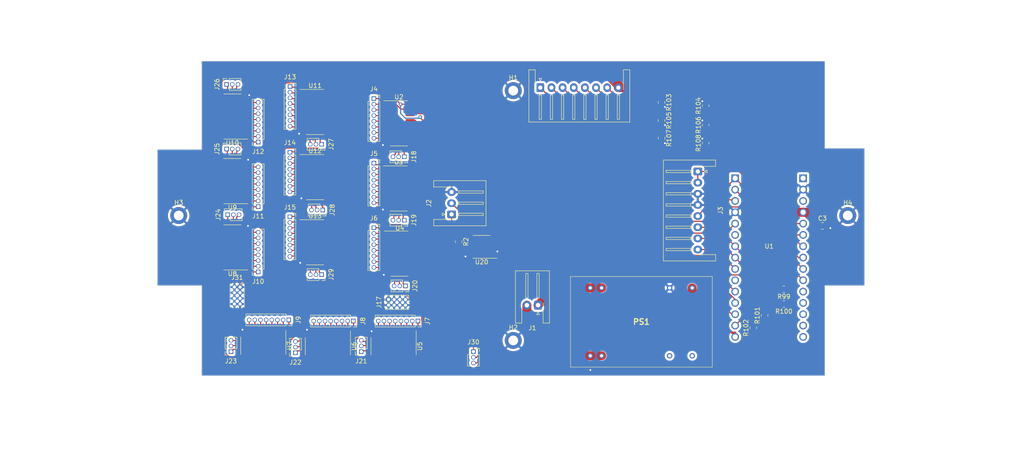
<source format=kicad_pcb>
(kicad_pcb (version 20221018) (generator pcbnew)
  (title_block (title "EP5 dashboard bottom board") (date "2024-01-01") (rev "1") (company "NTURacing") (comment 1 "郭哲明") (comment 2 "electrical group"))
  (layers (0 "F.Cu" signal) (31 "B.Cu" signal) (34 "B.Paste" user) (35 "F.Paste" user) (36 "B.SilkS" user "B.Silkscreen") (37 "F.SilkS" user "F.Silkscreen") (38 "B.Mask" user) (39 "F.Mask" user) (44 "Edge.Cuts" user))
  (net 0 "")
  (net 1 "+3.3V")
  (net 2 "OE")
  (net 3 "GND")
  (net 4 "+5V")
  (net 5 "CANRx")
  (net 6 "CANTx")
  (net 7 "CANL")
  (net 8 "CANH")
  (net 9 "+24V")
  (net 10 "tireTemp_FL_SCL")
  (net 11 "tireTemp_FL_SCA")
  (net 12 "tireTemp_FR_SCL")
  (net 13 "tireTemp_FR_SCA")
  (net 14 "GNDPWR")
  (net 16 "SER")
  (net 17 "Net-(J4-Pin_1)")
  (net 18 "Net-(J4-Pin_2)")
  (net 21 "Net-(J4-Pin_3)")
  (net 22 "Net-(J4-Pin_4)")
  (net 23 "Net-(J4-Pin_5)")
  (net 24 "Net-(J4-Pin_6)")
  (net 25 "Net-(J4-Pin_7)")
  (net 26 "Net-(J4-Pin_8)")
  (net 27 "Net-(J5-Pin_1)")
  (net 28 "Net-(J5-Pin_2)")
  (net 31 "Net-(J5-Pin_3)")
  (net 32 "Net-(J5-Pin_4)")
  (net 33 "Net-(J5-Pin_5)")
  (net 34 "Net-(J5-Pin_6)")
  (net 35 "Net-(J5-Pin_7)")
  (net 36 "Net-(J5-Pin_8)")
  (net 37 "Net-(J6-Pin_1)")
  (net 38 "Net-(J6-Pin_2)")
  (net 39 "Net-(J6-Pin_3)")
  (net 40 "Net-(J6-Pin_4)")
  (net 41 "Net-(J6-Pin_5)")
  (net 42 "Net-(J6-Pin_6)")
  (net 43 "Net-(J6-Pin_7)")
  (net 44 "Net-(J6-Pin_8)")
  (net 45 "Net-(J7-Pin_1)")
  (net 46 "Net-(J7-Pin_2)")
  (net 47 "Net-(J7-Pin_3)")
  (net 48 "Net-(J7-Pin_4)")
  (net 49 "Net-(J7-Pin_5)")
  (net 50 "Net-(J7-Pin_6)")
  (net 51 "Net-(J7-Pin_7)")
  (net 52 "Net-(J7-Pin_8)")
  (net 53 "Net-(J8-Pin_1)")
  (net 54 "Net-(J8-Pin_2)")
  (net 55 "Net-(J8-Pin_3)")
  (net 56 "Net-(J8-Pin_4)")
  (net 57 "Net-(J8-Pin_5)")
  (net 58 "Net-(J8-Pin_6)")
  (net 59 "Net-(J8-Pin_7)")
  (net 60 "Net-(J8-Pin_8)")
  (net 61 "Net-(J9-Pin_1)")
  (net 62 "Net-(J9-Pin_2)")
  (net 63 "Net-(J9-Pin_3)")
  (net 64 "Net-(J9-Pin_4)")
  (net 65 "Net-(J9-Pin_5)")
  (net 66 "Net-(J9-Pin_6)")
  (net 67 "Net-(J9-Pin_7)")
  (net 68 "Net-(J9-Pin_8)")
  (net 69 "Net-(J10-Pin_1)")
  (net 70 "Net-(J10-Pin_2)")
  (net 71 "Net-(J10-Pin_3)")
  (net 72 "Net-(J10-Pin_4)")
  (net 73 "Net-(J10-Pin_5)")
  (net 74 "Net-(J10-Pin_6)")
  (net 75 "Net-(J10-Pin_7)")
  (net 76 "Net-(J10-Pin_8)")
  (net 77 "Net-(J11-Pin_1)")
  (net 78 "Net-(J11-Pin_2)")
  (net 79 "Net-(J11-Pin_3)")
  (net 80 "Net-(J11-Pin_4)")
  (net 81 "Net-(J11-Pin_5)")
  (net 82 "Net-(J11-Pin_6)")
  (net 83 "Net-(J11-Pin_7)")
  (net 84 "Net-(J11-Pin_8)")
  (net 85 "Net-(J12-Pin_1)")
  (net 86 "Net-(J12-Pin_2)")
  (net 87 "Net-(J12-Pin_3)")
  (net 88 "Net-(J12-Pin_4)")
  (net 89 "Net-(J12-Pin_5)")
  (net 90 "Net-(J12-Pin_6)")
  (net 91 "Net-(J12-Pin_7)")
  (net 92 "Net-(J12-Pin_8)")
  (net 93 "Net-(J13-Pin_1)")
  (net 94 "Net-(J13-Pin_2)")
  (net 95 "Net-(J13-Pin_3)")
  (net 96 "Net-(J13-Pin_4)")
  (net 97 "Net-(J13-Pin_5)")
  (net 98 "Net-(J13-Pin_6)")
  (net 99 "Net-(J13-Pin_7)")
  (net 100 "Net-(J13-Pin_8)")
  (net 101 "Net-(J14-Pin_1)")
  (net 102 "Net-(J14-Pin_2)")
  (net 103 "Net-(J14-Pin_3)")
  (net 104 "Net-(J14-Pin_4)")
  (net 105 "Net-(J14-Pin_5)")
  (net 106 "Net-(J14-Pin_6)")
  (net 107 "Net-(J14-Pin_7)")
  (net 108 "Net-(J14-Pin_8)")
  (net 109 "Net-(J15-Pin_1)")
  (net 110 "Net-(J15-Pin_2)")
  (net 111 "Net-(J15-Pin_3)")
  (net 112 "Net-(J15-Pin_4)")
  (net 113 "Net-(J15-Pin_5)")
  (net 114 "Net-(J15-Pin_6)")
  (net 115 "Net-(J15-Pin_7)")
  (net 116 "Net-(J15-Pin_8)")
  (net 117 "RESET")
  (net 118 "RTD")
  (net 119 "gear1")
  (net 120 "gear2")
  (net 121 "arbitrary1")
  (net 124 "arbitrary2")
  (net 126 "arbitrary3")
  (net 127 "Net-(U2-QH')")
  (net 128 "Seg2End")
  (net 129 "Seg4End")
  (net 130 "Net-(U6-QH')")
  (net 131 "Seg6End")
  (net 132 "LEDend1")
  (net 133 "LEDend2")
  (net 134 "LEDend3")
  (net 135 "LEDend4")
  (net 136 "LEDend5")
  (net 137 "Net-(U4-QH')")
  (net 138 "Net-(J18-Pin_1)")
  (net 139 "Net-(J18-Pin_2)")
  (net 140 "Net-(J18-Pin_3)")
  (net 141 "Net-(J19-Pin_1)")
  (net 142 "Net-(J19-Pin_2)")
  (net 143 "Net-(J19-Pin_3)")
  (net 144 "Net-(J20-Pin_1)")
  (net 145 "Net-(J20-Pin_2)")
  (net 146 "Net-(J20-Pin_3)")
  (net 147 "Net-(J21-Pin_1)")
  (net 148 "Net-(J21-Pin_2)")
  (net 149 "Net-(J21-Pin_3)")
  (net 150 "Net-(J22-Pin_1)")
  (net 151 "Net-(J22-Pin_2)")
  (net 152 "Net-(J22-Pin_3)")
  (net 153 "Net-(J23-Pin_1)")
  (net 154 "Net-(J23-Pin_2)")
  (net 155 "Net-(J23-Pin_3)")
  (net 156 "Net-(J24-Pin_1)")
  (net 157 "Net-(J24-Pin_2)")
  (net 158 "Net-(J24-Pin_3)")
  (net 159 "Net-(J25-Pin_1)")
  (net 160 "Net-(J25-Pin_2)")
  (net 161 "Net-(J25-Pin_3)")
  (net 162 "Net-(J26-Pin_1)")
  (net 163 "Net-(J26-Pin_2)")
  (net 164 "Net-(J26-Pin_3)")
  (net 165 "Net-(J27-Pin_1)")
  (net 166 "Net-(J27-Pin_2)")
  (net 167 "Net-(J27-Pin_3)")
  (net 168 "Net-(J28-Pin_1)")
  (net 169 "Net-(J28-Pin_2)")
  (net 170 "Net-(J28-Pin_3)")
  (net 171 "Net-(J29-Pin_1)")
  (net 172 "Net-(J29-Pin_2)")
  (net 173 "Net-(J29-Pin_3)")
  (net 174 "/SRCLK")
  (net 175 "/SRCLR")
  (net 176 "/RCLK")
  (footprint "Package_SO:SOIC-16_3.9x9.9mm_P1.27mm" (layer "F.Cu") (at 111.539 103.341)
    (fp_text reference "U13")
    (fp_text value "74HC595")
  )
  (footprint "Package_SO:SOIC-16_3.9x9.9mm_P1.27mm" (layer "F.Cu") (at 129.127 126.647 -90)
    (fp_text reference "U5")
    (fp_text value "74HC595")
  )
  (footprint "Resistor_SMD:R_0805_2012Metric" (layer "F.Cu") (at 143.732 103.214 -90)
    (fp_text reference "R2")
    (fp_text value "120")
  )
  (footprint "SamacSys_Parts:DJ06S4805A" (layer "F.Cu") (at 173.228 128.778)
    (fp_text reference "PS1")
    (fp_text value "DJ06S2405A" hide)
  )
  (footprint "Connector_PinSocket_1.27mm:PinSocket_1x03_P1.27mm_Vertical" (layer "F.Cu") (at 113.252 96.102 -90)
    (fp_text reference "J28")
    (fp_text value "HC595bridge")
  )
  (footprint "Connector_PinSocket_1.27mm:PinSocket_1x08_P1.27mm_Vertical" (layer "F.Cu") (at 124.714 85.598)
    (fp_text reference "J5")
    (fp_text value "Seg2")
  )
  (footprint "MountingHole:MountingHole_2.2mm_M2_DIN965_Pad_TopBottom" (layer "F.Cu") (at 155.956 69.342)
    (fp_text reference "H1")
    (fp_text value "MountingHole_Pad" hide)
  )
  (footprint "Resistor_SMD:R_0805_2012Metric" (layer "F.Cu") (at 216.63 113.882 180)
    (fp_text reference "R99")
    (fp_text value "4k7")
  )
  (footprint "Connector_PinSocket_1.27mm:PinSocket_1x08_P1.27mm_Vertical" (layer "F.Cu") (at 105.886 83.148)
    (fp_text reference "J14")
    (fp_text value "LED5")
  )
  (footprint "Connector_PinSocket_1.27mm:PinSocket_1x08_P1.27mm_Vertical" (layer "F.Cu") (at 105.886 97.626)
    (fp_text reference "J15")
    (fp_text value "LED6")
  )
  (footprint "Resistor_SMD:R_0805_2012Metric" (layer "F.Cu") (at 212.312 119.724 90)
    (fp_text reference "R101")
    (fp_text value "4k7")
  )
  (footprint "Connector_PinSocket_1.27mm:PinSocket_1x03_P1.27mm_Vertical" (layer "F.Cu") (at 92.678 127.852 180)
    (fp_text reference "J23")
    (fp_text value "HC595bridge")
  )
  (footprint "Connector_JST:JST_XH_S2B-XH-A-1_1x02_P2.50mm_Horizontal" (layer "F.Cu") (at 161.512 117.438 180)
    (fp_text reference "J1")
    (fp_text value "24V_in")
  )
  (footprint "Package_SO:SOIC-16_3.9x9.9mm_P1.27mm" (layer "F.Cu") (at 130.459 105.881)
    (fp_text reference "U4")
    (fp_text value "74HC595")
  )
  (footprint "MountingHole:MountingHole_2.2mm_M2_DIN965_Pad_TopBottom" (layer "F.Cu") (at 155.956 125.342)
    (fp_text reference "H2")
    (fp_text value "MountingHole_Pad")
  )
  (footprint "Connector_PinSocket_1.27mm:PinSocket_1x03_P1.27mm_Vertical" (layer "F.Cu") (at 107.131 128.111 180)
    (fp_text reference "J22")
    (fp_text value "HC595bridge")
  )
  (footprint "Package_SO:SOIC-16_3.9x9.9mm_P1.27mm" (layer "F.Cu") (at 130.335 76.671)
    (fp_text reference "U2")
    (fp_text value "74HC595")
  )
  (footprint "Connector_PinSocket_1.27mm:PinSocket_1x03_P1.27mm_Vertical" (layer "F.Cu") (at 91.694 67.945 90)
    (fp_text reference "J26")
    (fp_text value "HC595bridge")
  )
  (footprint "Connector_PinSocket_1.27mm:PinSocket_1x03_P1.27mm_Vertical" (layer "F.Cu") (at 121.888 127.852 180)
    (fp_text reference "J21")
    (fp_text value "HC595bridge")
  )
  (footprint "Package_SO:SOIC-16_3.9x9.9mm_P1.27mm" (layer "F.Cu") (at 92.997 104.484 180)
    (fp_text reference "U8")
    (fp_text value "74HC595")
  )
  (footprint "Connector_PinSocket_1.27mm:PinSocket_1x03_P1.27mm_Vertical" (layer "F.Cu") (at 91.694 82.423 90)
    (fp_text reference "J25")
    (fp_text value "HC595bridge")
  )
  (footprint "Connector_JST:JST_XH_S8B-XH-A-1_1x08_P2.50mm_Horizontal" (layer "F.Cu") (at 197.326 87.466 -90)
    (fp_text reference "J3")
    (fp_text value "tireTemp")
  )
  (footprint "Connector_PinSocket_1.27mm:PinSocket_1x08_P1.27mm_Vertical" (layer "F.Cu") (at 134.588 120.994 -90)
    (fp_text reference "J7")
    (fp_text value "Seg4")
  )
  (footprint "Resistor_SMD:R_0805_2012Metric" (layer "F.Cu") (at 209.772 122.518 90)
    (fp_text reference "R102")
    (fp_text value "4k7")
  )
  (footprint "Package_SO:SOIC-16_3.9x9.9mm_P1.27mm" (layer "F.Cu") (at 92.997 75.147 180)
    (fp_text reference "U10")
    (fp_text value "74HC595")
  )
  (footprint "Connector_PinSocket_1.27mm:PinSocket_2x04_P1.27mm_Vertical" (layer "F.Cu") (at 127.984 116.168 90)
    (fp_text reference "J17")
    (fp_text value "ground")
  )
  (footprint "Connector_JST:JST_XH_S3B-XH-A-1_1x03_P2.50mm_Horizontal" (layer "F.Cu") (at 142.136 97.078 90)
    (fp_text reference "J2")
    (fp_text value "CAN")
  )
  (footprint "Package_SO:SOIC-16_3.9x9.9mm_P1.27mm" (layer "F.Cu") (at 111.539 74.131)
    (fp_text reference "U11")
    (fp_text value "74HC595")
  )
  (footprint "Connector_PinSocket_1.27mm:PinSocket_1x08_P1.27mm_Vertical" (layer "F.Cu") (at 105.632 120.74 -90)
    (fp_text reference "J9")
    (fp_text value "Seg6")
  )
  (footprint "Connector_PinSocket_1.27mm:PinSocket_1x08_P1.27mm_Vertical" (layer "F.Cu") (at 120.11 120.994 -90)
    (fp_text reference "J8")
    (fp_text value "Seg5")
  )
  (footprint "Resistor_SMD:R_0805_2012Metric" (layer "F.Cu") (at 216.63 117.184 180)
    (fp_text reference "R100")
    (fp_text value "4k7")
  )
  (footprint "Connector_PinSocket_1.27mm:PinSocket_1x03_P1.27mm_Vertical" (layer "F.Cu") (at 147.034 127.852)
    (fp_text reference "J30")
    (fp_text value "HC595bridge" hide)
  )
  (footprint "Package_SO:SOIC-16_3.9x9.9mm_P1.27mm" (layer "F.Cu") (at 99.917 126.517 -90)
    (fp_text reference "U7")
    (fp_text value "74HC595")
  )
  (footprint "Connector_PinSocket_1.27mm:PinSocket_1x03_P1.27mm_Vertical" (layer "F.Cu") (at 112.998 110.58 -90)
    (fp_text reference "J29")
    (fp_text value "HC595bridge")
  )
  (footprint "MountingHole:MountingHole_2.2mm_M2_DIN965_Pad_TopBottom" (layer "F.Cu") (at 230.956 97.342)
    (fp_text reference "H4")
    (fp_text value "MountingHole_Pad")
  )
  (footprint "Connector_PinSocket_1.27mm:PinSocket_1x03_P1.27mm_Vertical" (layer "F.Cu") (at 131.794 113.12 -90)
    (fp_text reference "J20")
    (fp_text value "HC595bridge")
  )
  (footprint "MountingHole:MountingHole_2.2mm_M2_DIN965_Pad_TopBottom" (layer "F.Cu") (at 80.956 97.342)
    (fp_text reference "H3")
    (fp_text value "MountingHole_Pad")
  )
  (footprint "Connector_PinSocket_1.27mm:PinSocket_1x03_P1.27mm_Vertical" (layer "F.Cu") (at 131.54 98.388 -90)
    (fp_text reference "J19")
    (fp_text value "HC595bridge")
  )
  (footprint "Package_SO:SOIC-8_3.9x4.9mm_P1.27mm" (layer "F.Cu") (at 148.877 104.357 180)
    (fp_text reference "U20")
    (fp_text value "TJA1051T")
  )
  (footprint "Resistor_SMD:R_0805_2012Metric" (layer "F.Cu") (at 199.104 72.734 90)
    (fp_text reference "R104")
    (fp_text value "100k")
  )
  (footprint "Connector_PinSocket_1.27mm:PinSocket_2x04_P1.27mm_Vertical" (layer "F.Cu") (at 94.71 113.374)
    (fp_text reference "J31")
    (fp_text value "ground")
  )
  (footprint "Resistor_SMD:R_0805_2012Metric" (layer "F.Cu") (at 189.198 79.9965 -90)
    (fp_text reference "R107")
    (fp_text value "100k")
  )
  (footprint "Connector_PinSocket_1.27mm:PinSocket_1x08_P1.27mm_Vertical" (layer "F.Cu") (at 98.774 109.982 180)
    (fp_text reference "J10")
    (fp_text value "LED1")
  )
  (footprint "Connector_PinSocket_1.27mm:PinSocket_1x03_P1.27mm_Vertical" (layer "F.Cu") (at 91.948 97.155 90)
    (fp_text reference "J24")
    (fp_text value "HC595bridge")
  )
  (footprint "Package_SO:SOIC-16_3.9x9.9mm_P1.27mm" (layer "F.Cu") (at 130.27 91.276)
    (fp_text reference "U3")
    (fp_text value "74HC595")
  )
  (footprint "Package_SO:SOIC-16_3.9x9.9mm_P1.27mm" (layer "F.Cu") (at 114.395 126.647 -90)
    (fp_text reference "U6")
    (fp_text value "74HC595")
  )
  (footprint "Resistor_SMD:R_0805_2012Metric" (layer "F.Cu") (at 189.198 76.036 -90)
    (fp_text reference "R105")
    (fp_text value "100k")
  )
  (footprint "Connector_PinSocket_1.27mm:PinSocket_1x08_P1.27mm_Vertical" (layer "F.Cu") (at 124.714 100.076)
    (fp_text reference "J6")
    (fp_text value "Seg3")
  )
  (footprint "Connector_PinSocket_1.27mm:PinSocket_1x03_P1.27mm_Vertical" (layer "F.Cu") (at 131.54 84.164 -90)
    (fp_text reference "J18")
    (fp_text value "HC595bridge")
  )
  (footprint "Capacitor_SMD:C_0805_2012Metric_Pad1.18x1.45mm_HandSolder" (layer "F.Cu") (at 225.266 99.658)
    (fp_text reference "C3")
    (fp_text value "0u1")
  )
  (footprint "Connector_PinSocket_1.27mm:PinSocket_1x08_P1.27mm_Vertical" (layer "F.Cu") (at 105.918 68.416)
    (fp_text reference "J13")
    (fp_text value "LED4")
  )
  (footprint "Resistor_SMD:R_0805_2012Metric" (layer "F.Cu") (at 199.104 81.116 90)
    (fp_text reference "R108")
    (fp_text value "100k")
  )
  (footprint "Package_SO:SOIC-16_3.9x9.9mm_P1.27mm" (layer "F.Cu") (at 92.997 89.625 180)
    (fp_text reference "U9")
    (fp_text value "74HC595")
  )
  (footprint "Connector_PinSocket_1.27mm:PinSocket_1x08_P1.27mm_Vertical" (layer "F.Cu") (at 98.774 95.34 180)
    (fp_text reference "J11")
    (fp_text value "LED2")
  )
  (footprint "Connector_PinSocket_1.27mm:PinSocket_1x03_P1.27mm_Vertical" (layer "F.Cu") (at 112.998 81.37 -90)
    (fp_text reference "J27")
    (fp_text value "HC595bridge")
  )
  (footprint "Connector_PinSocket_1.27mm:PinSocket_1x08_P1.27mm_Vertical" (layer "F.Cu") (at 98.774 80.862 180)
    (fp_text reference "J12")
    (fp_text value "LED3")
  )
  (footprint "nturt_kicad_lib:NUCLEO-G431KB" (layer "F.Cu") (at 213.328 106.77)
    (fp_text reference "U1")
    (fp_text value "NUCLEO-G431KB")
  )
  (footprint "Connector_PinSocket_1.27mm:PinSocket_1x08_P1.27mm_Vertical" (layer "F.Cu") (at 124.714 71.12)
    (fp_text reference "J4")
    (fp_text value "Seg1")
  )
  (footprint "Connector_JST:JST_XH_S8B-XH-A-1_1x08_P2.50mm_Horizontal" (layer "F.Cu") (at 162.02 68.67)
    (fp_text reference "J16" hide)
    (fp_text value "buttons")
  )
  (footprint "Package_SO:SOIC-16_3.9x9.9mm_P1.27mm" (layer "F.Cu") (at 111.539 88.736)
    (fp_text reference "U12")
    (fp_text value "74HC595")
  )
  (footprint "Resistor_SMD:R_0805_2012Metric" (layer "F.Cu") (at 189.198 71.972 -90)
    (fp_text reference "R103")
    (fp_text value "100k")
  )
  (footprint "Resistor_SMD:R_0805_2012Metric" (layer "F.Cu") (at 199.104 77.052 90)
    (fp_text reference "R106")
    (fp_text value "100k")
  )
  (gr_line (start 225.806 62.738) (end 86.106 62.738) (stroke (width 0.1)) (layer "Edge.Cuts"))
  (gr_line (start 76.2 82.55) (end 76.2 113.03) (stroke (width 0.1)) (layer "Edge.Cuts"))
  (gr_line (start 86.106 62.738) (end 86.106 82.55) (stroke (width 0.1)) (layer "Edge.Cuts"))
  (gr_line (start 225.806 82.296) (end 225.806 62.738) (stroke (width 0.1)) (layer "Edge.Cuts"))
  (gr_line (start 225.806 133.223) (end 86.106 133.223) (stroke (width 0.1)) (layer "Edge.Cuts"))
  (gr_line (start 86.106 82.55) (end 76.2 82.55) (stroke (width 0.1)) (layer "Edge.Cuts"))
  (gr_line (start 86.106 113.03) (end 76.2 113.03) (stroke (width 0.1)) (layer "Edge.Cuts"))
  (gr_line (start 86.106 133.223) (end 86.106 113.03) (stroke (width 0.1)) (layer "Edge.Cuts"))
  (gr_line (start 234.696 113.03) (end 234.696 82.296) (stroke (width 0.1)) (layer "Edge.Cuts"))
  (gr_line (start 234.696 82.296) (end 225.806 82.296) (stroke (width 0.1)) (layer "Edge.Cuts"))
  (gr_line (start 225.806 133.223) (end 225.806 113.03) (stroke (width 0.1)) (layer "Edge.Cuts"))
  (gr_line (start 225.806 113.03) (end 234.696 113.03) (stroke (width 0.1)) (layer "Edge.Cuts"))
  (segment (start 87.09 67.654) (end 91.154 63.59) (width 0.5) (layer "F.Cu") (net 2))
  (segment (start 117.350052 132.424) (end 127.476 132.424) (width 0.5) (layer "F.Cu") (net 2))
  (segment (start 139.16 130.646) (end 141.102 132.588) (width 0.5) (layer "F.Cu") (net 2))
  (segment (start 91.408 132.424) (end 98.266 132.424) (width 0.5) (layer "F.Cu") (net 2))
  (segment (start 117.316 85.780948) (end 114.995948 88.101) (width 0.5) (layer "F.Cu") (net 2))
  (segment (start 114.105 102.616) (end 115.086948 102.616) (width 0.5) (layer "F.Cu") (net 2))
  (segment (start 114.995948 88.101) (end 114.014 88.101) (width 0.5) (layer "F.Cu") (net 2))
  (segment (start 89.540052 75.782) (end 87.09 73.331948) (width 0.5) (layer "F.Cu") (net 2))
  (segment (start 117.094 100.608948) (end 117.094 89.829052) (width 0.5) (layer "F.Cu") (net 2))
  (segment (start 117.316 66.13) (end 117.316 71.464) (width 0.5) (layer "F.Cu") (net 2))
  (segment (start 132.246052 132.588) (end 129.762 130.103948) (width 0.5) (layer "F.Cu") (net 2))
  (segment (start 115.284 73.496) (end 114.014 73.496) (width 0.5) (layer "F.Cu") (net 2))
  (segment (start 135.858 88.509948) (end 133.726948 90.641) (width 0.5) (layer "F.Cu") (net 2))
  (segment (start 115.03 130.103948) (end 117.350052 132.424) (width 0.5) (layer "F.Cu") (net 2))
  (segment (start 115.03 130.103948) (end 115.03 129.122) (width 0.5) (layer "F.Cu") (net 2))
  (segment (start 114.995948 73.496) (end 117.316 75.816052) (width 0.5) (layer "F.Cu") (net 2))
  (segment (start 129.762 130.103948) (end 129.762 129.122) (width 0.5) (layer "F.Cu") (net 2))
  (segment (start 114.421 88.138) (end 115.402948 88.138) (width 0.5) (layer "F.Cu") (net 2))
  (segment (start 184.118 125.508) (end 177.038 132.588) (width 0.5) (layer "F.Cu") (net 2))
  (segment (start 87.09 87.809948) (end 87.09 78.232052) (width 0.5) (layer "F.Cu") (net 2))
  (segment (start 133.915948 105.246) (end 139.16 110.490052) (width 0.5) (layer "F.Cu") (net 2))
  (segment (start 98.266 132.424) (end 100.552 130.138) (width 0.5) (layer "F.Cu") (net 2))
  (segment (start 100.552 130.138) (end 100.552 128.992) (width 0.5) (layer "F.Cu") (net 2))
  (segment (start 133.823948 90.678) (end 132.842 90.678) (width 0.5) (layer "F.Cu") (net 2))
  (segment (start 133.726948 90.641) (end 132.745 90.641) (width 0.5) (layer "F.Cu") (net 2))
  (segment (start 177.038 132.588) (end 132.246052 132.588) (width 0.5) (layer "F.Cu") (net 2))
  (segment (start 135.858 103.722) (end 135.858 92.712052) (width 0.5) (layer "F.Cu") (net 2))
  (segment (start 133.791948 76.036) (end 135.858 78.102052) (width 0.5) (layer "F.Cu") (net 2))
  (segment (start 114.776 63.59) (end 117.316 66.13) (width 0.5) (layer "F.Cu") (net 2))
  (segment (start 103.256052 132.678) (end 112.455948 132.678) (width 0.5) (layer "F.Cu") (net 2))
  (segment (start 117.094 89.829052) (end 115.402948 88.138) (width 0.5) (layer "F.Cu") (net 2))
  (segment (start 100.552 129.973948) (end 103.256052 132.678) (width 0.5) (layer "F.Cu") (net 2))
  (segment (start 87.09 92.710052) (end 87.09 103.976) (width 0.5) (layer "F.Cu") (net 2))
  (segment (start 129.667 128.967) (end 129.667 129.948948) (width 0.5) (layer "F.Cu") (net 2))
  (segment (start 88.233 105.119) (end 90.522 105.119) (width 0.5) (layer "F.Cu") (net 2))
  (segment (start 132.81 76.036) (end 133.791948 76.036) (width 0.5) (layer "F.Cu") (net 2))
  (segment (start 184.118 117.692) (end 184.118 125.508) (width 0.5) (layer "F.Cu") (net 2))
  (segment (start 90.522 105.119) (end 89.540052 105.119) (width 0.5) (layer "F.Cu") (net 2))
  (segment (start 87.344 107.315052) (end 87.344 128.36) (width 0.5) (layer "F.Cu") (net 2))
  (segment (start 115.086948 102.616) (end 117.094 100.608948) (width 0.5) (layer "F.Cu") (net 2))
  (segment (start 132.934 105.246) (end 133.915948 105.246) (width 0.5) (layer "F.Cu") (net 2))
  (segment (start 135.858 92.712052) (end 133.823948 90.678) (width 0.5) (layer "F.Cu") (net 2))
  (segment (start 112.455948 132.678) (end 115.03 130.103948) (width 0.5) (layer "F.Cu") (net 2))
  (segment (start 199.104 113.506) (end 197.406 111.808) (width 0.5) (layer "F.Cu") (net 2))
  (segment (start 197.406 111.808) (end 190.002 111.808) (width 0.5) (layer "F.Cu") (net 2))
  (segment (start 139.16 110.490052) (end 139.16 130.646) (width 0.5) (layer "F.Cu") (net 2))
  (segment (start 91.154 63.59) (end 114.776 63.59) (width 0.5) (layer "F.Cu") (net 2))
  (segment (start 134.334 105.246) (end 135.858 103.722) (width 0.5) (layer "F.Cu") (net 2))
  (segment (start 127.476 132.424) (end 129.762 130.138) (width 0.5) (layer "F.Cu") (net 2))
  (segment (start 100.552 128.992) (end 100.552 129.973948) (width 0.5) (layer "F.Cu") (net 2))
  (segment (start 190.002 111.808) (end 184.118 117.692) (width 0.5) (layer "F.Cu") (net 2))
  (segment (start 87.09 78.232052) (end 89.540052 75.782) (width 0.5) (layer "F.Cu") (net 2))
  (segment (start 199.104 117.68642) (end 199.104 113.506) (width 0.5) (layer "F.Cu") (net 2))
  (segment (start 117.316 71.464) (end 115.284 73.496) (width 0.5) (layer "F.Cu") (net 2))
  (segment (start 90.522 90.26) (end 89.540052 90.26) (width 0.5) (layer "F.Cu") (net 2))
  (segment (start 89.540052 75.782) (end 90.522 75.782) (width 0.5) (layer "F.Cu") (net 2))
  (segment (start 132.934 105.246) (end 134.334 105.246) (width 0.5) (layer "F.Cu") (net 2))
  (segment (start 114.014 73.496) (end 114.995948 73.496) (width 0.5) (layer "F.Cu") (net 2))
  (segment (start 89.540052 105.119) (end 87.344 107.315052) (width 0.5) (layer "F.Cu") (net 2))
  (segment (start 135.858 78.102052) (end 135.858 88.509948) (width 0.5) (layer "F.Cu") (net 2))
  (segment (start 117.316 75.816052) (end 117.316 85.780948) (width 0.5) (layer "F.Cu") (net 2))
  (segment (start 205.04008 123.6225) (end 199.104 117.68642) (width 0.5) (layer "F.Cu") (net 2))
  (segment (start 89.540052 90.26) (end 87.09 92.710052) (width 0.5) (layer "F.Cu") (net 2))
  (segment (start 87.09 103.976) (end 88.233 105.119) (width 0.5) (layer "F.Cu") (net 2))
  (segment (start 129.762 130.138) (end 129.762 129.122) (width 0.5) (layer "F.Cu") (net 2))
  (segment (start 87.09 73.331948) (end 87.09 67.654) (width 0.5) (layer "F.Cu") (net 2))
  (segment (start 205.708 124.55) (end 205.708 123.6225) (width 0.5) (layer "F.Cu") (net 2))
  (segment (start 205.708 123.6225) (end 205.04008 123.6225) (width 0.5) (layer "F.Cu") (net 2))
  (segment (start 89.540052 90.26) (end 87.09 87.809948) (width 0.5) (layer "F.Cu") (net 2))
  (segment (start 87.344 128.36) (end 91.408 132.424) (width 0.5) (layer "F.Cu") (net 2))
  (via (at 124.206 123.28) (size 0.8) (drill 0.4) (layers "F.Cu" "B.Cu") (net 3))
  (via (at 198.342 71.718) (size 0.8) (drill 0.4) (layers "F.Cu" "B.Cu") (net 3))
  (via (at 126.935 110.617) (size 0.8) (drill 0.4) (layers "F.Cu" "B.Cu") (net 3))
  (via (at 198.342 80.1) (size 0.8) (drill 0.4) (layers "F.Cu" "B.Cu") (net 3))
  (via (at 95.25 122.936) (size 0.8) (drill 0.4) (layers "F.Cu" "B.Cu") (net 3))
  (via (at 107.95 78.994) (size 0.8) (drill 0.4) (layers "F.Cu" "B.Cu") (net 3))
  (via (at 96.52 84.836) (size 0.8) (drill 0.4) (layers "F.Cu" "B.Cu") (net 3))
  (via (at 227.044 100.166) (size 0.8) (drill 0.4) (layers "F.Cu" "B.Cu") (net 3))
  (via (at 198.342 76.036) (size 0.8) (drill 0.4) (layers "F.Cu" "B.Cu") (net 3))
  (via (at 108.204 107.95) (size 0.8) (drill 0.4) (layers "F.Cu" "B.Cu") (net 3))
  (via (at 152.40728 105.39581) (size 0.8) (drill 0.4) (layers "F.Cu" "B.Cu") (net 3))
  (via (at 96.774 70.358) (size 0.8) (drill 0.4) (layers "F.Cu" "B.Cu") (net 3))
  (via (at 189.96 81.116) (size 0.8) (drill 0.4) (layers "F.Cu" "B.Cu") (net 3))
  (via (at 145.256 106.516) (size 0.8) (drill 0.4) (layers "F.Cu" "B.Cu") (net 3))
  (via (at 189.96 72.988) (size 0.8) (drill 0.4) (layers "F.Cu" "B.Cu") (net 3))
  (via (at 126.746 96.012) (size 0.8) (drill 0.4) (layers "F.Cu" "B.Cu") (net 3))
  (via (at 108.458 93.472) (size 0.8) (drill 0.4) (layers "F.Cu" "B.Cu") (net 3))
  (via (at 189.96 77.052) (size 0.8) (drill 0.4) (layers "F.Cu" "B.Cu") (net 3))
  (via (at 109.728 122.936) (size 0.8) (drill 0.4) (layers "F.Cu" "B.Cu") (net 3))
  (via (at 96.488 99.658) (size 0.8) (drill 0.4) (layers "F.Cu" "B.Cu") (net 3))
  (via (at 126.746 81.534) (size 0.8) (drill 0.4) (layers "F.Cu" "B.Cu") (net 3))
  (segment (start 203.676 128.106) (end 196.088 120.518) (width 0.25) (layer "F.Cu") (net 4))
  (segment (start 111.919 67.591) (end 105.093 67.591) (width 0.25) (layer "F.Cu") (net 4))
  (segment (start 107.95 123.444) (end 104.394 127) (width 0.25) (layer "F.Cu") (net 4))
  (segment (start 108.529273 95.848) (end 105.828 95.848) (width 0.25) (layer "F.Cu") (net 4))
  (segment (start 127.984 85.434) (end 120.364 77.814) (width 0.25) (layer "F.Cu") (net 4))
  (segment (start 102.487696 103.378) (end 102.616 103.378) (width 0.25) (layer "F.Cu") (net 4))
  (segment (start 105.41 115.443) (end 102.616 112.649) (width 2) (layer "F.Cu") (net 4))
  (segment (start 112.395 115.443) (end 105.41 115.443) (width 2) (layer "F.Cu") (net 4))
  (segment (start 102.616 103.378) (end 102.616 99.06) (width 2) (layer "F.Cu") (net 4))
  (segment (start 196.088 113.558) (end 196.088 125.344) (width 2) (layer "F.Cu") (net 4))
  (segment (start 208.248 128.106) (end 203.676 128.106) (width 0.25) (layer "F.Cu") (net 4))
  (segment (start 127.788 114.898) (end 120.364 107.474) (width 0.25) (layer "F.Cu") (net 4))
  (segment (start 105.023 82.233) (end 102.616 84.64) (width 0.25) (layer "F.Cu") (net 4))
  (segment (start 120.364 107.474) (end 112.395 115.443) (width 2) (layer "F.Cu") (net 4))
  (segment (start 102.616 88.392) (end 102.616 85.09) (width 2) (layer "F.Cu") (net 4))
  (segment (start 132.966 101.346) (end 130.997 99.377) (width 0.25) (layer "F.Cu") (net 4))
  (segment (start 90.554 94.107) (end 93.216696 94.107) (width 0.25) (layer "F.Cu") (net 4))
  (segment (start 102.616 70.068) (end 102.616 85.09) (width 0.25) (layer "F.Cu") (net 4))
  (segment (start 202.914 132.17) (end 220.186 132.17) (width 2) (layer "F.Cu") (net 4))
  (segment (start 102.325 112.612) (end 94.643 112.612) (width 0.25) (layer "F.Cu") (net 4))
  (segment (start 111.577273 98.896) (end 108.529273 95.848) (width 0.25) (layer "F.Cu") (net 4))
  (segment (start 209.772 126.582) (end 208.248 128.106) (width 0.25) (layer "F.Cu") (net 4))
  (segment (start 217.5425 113.882) (end 217.5425 117.184) (width 0.25) (layer "F.Cu") (net 4))
  (segment (start 176.488138 65.114) (end 123.412 65.114) (width 2) (layer "F.Cu") (net 4))
  (segment (start 179.52 68.67) (end 179.52 68.145862) (width 2) (layer "F.Cu") (net 4))
  (segment (start 131.794 114.898) (end 127.788 114.898) (width 0.25) (layer "F.Cu") (net 4))
  (segment (start 94.643 112.612) (end 90.743 108.712) (width 0.25) (layer "F.Cu") (net 4))
  (segment (start 217.5425 117.184) (end 214.09 120.6365) (width 0.25) (layer "F.Cu") (net 4))
  (segment (start 104.394 127) (end 104.394 129.032) (width 0.25) (layer "F.Cu") (net 4))
  (segment (start 212.312 120.6365) (end 212.312 120.8905) (width 0.25) (layer "F.Cu") (net 4))
  (segment (start 212.232 93.139) (end 212.232 105.42) (width 0.25) (layer "F.Cu") (net 4))
  (segment (start 102.616 84.64) (end 102.616 85.09) (width 0.25) (layer "F.Cu") (net 4))
  (segment (start 133.477 128.967) (end 135.445 126.999) (width 0.25) (layer "F.Cu") (net 4))
  (segment (start 196.088 125.344) (end 202.914 132.17) (width 2) (layer "F.Cu") (net 4))
  (segment (start 208.248 68.67) (end 218.154 78.576) (width 2) (layer "F.Cu") (net 4))
  (segment (start 149.699604 103.722) (end 151.352 103.722) (width 0.25) (layer "F.Cu") (net 4))
  (segment (start 135.445 118.549) (end 131.794 114.898) (width 0.25) (layer "F.Cu") (net 4))
  (segment (start 121.126 124.849273) (end 121.126 108.236) (width 0.25) (layer "F.Cu") (net 4))
  (segment (start 114.421 84.328) (end 112.326 82.233) (width 0.25) (layer "F.Cu") (net 4))
  (segment (start 132.842 86.868) (end 131.408 85.434) (width 0.25) (layer "F.Cu") (net 4))
  (segment (start 130.997 99.377) (end 125.663 99.377) (width 0.25) (layer "F.Cu") (net 4))
  (segment (start 148.429604 102.452) (end 149.699604 103.722) (width 0.25) (layer "F.Cu") (net 4))
  (segment (start 123.412 65.114) (end 120.364 68.162) (width 2) (layer "F.Cu") (net 4))
  (segment (start 197.326 87.466) (end 206.559 87.466) (width 0.25) (layer "F.Cu") (net 4))
  (segment (start 220.186 132.17) (end 223.996 128.36) (width 2) (layer "F.Cu") (net 4))
  (segment (start 102.616 99.06) (end 102.616 88.392) (width 2) (layer "F.Cu") (net 4))
  (segment (start 135.096 75.401) (end 146.402 86.707) (width 0.25) (layer "F.Cu") (net 4))
  (segment (start 130.688 72.39) (end 123.412 65.114) (width 0.25) (layer "F.Cu") (net 4))
  (segment (start 97.88 83.656) (end 102.616 88.392) (width 0.25) (layer "F.Cu") (net 4))
  (segment (start 90.616 79.629) (end 92.715 79.629) (width 0.25) (layer "F.Cu") (net 4))
  (segment (start 120.364 77.814) (end 120.364 94.324) (width 2) (layer "F.Cu") (net 4))
  (segment (start 132.842 72.39) (end 130.688 72.39) (width 0.25) (layer "F.Cu") (net 4))
  (segment (start 120.364 94.324) (end 120.364 107.474) (width 2) (layer "F.Cu") (net 4))
  (segment (start 223.996 98.896) (end 221.71 96.61) (width 2) (layer "F.Cu") (net 4))
  (segment (start 105.828 95.848) (end 102.616 99.06) (width 0.25) (layer "F.Cu") (net 4))
  (segment (start 118.872 128.967) (end 118.872 127.103273) (width 0.25) (layer "F.Cu") (net 4))
  (segment (start 114.014 98.896) (end 111.577273 98.896) (width 0.25) (layer "F.Cu") (net 4))
  (segment (start 206.559 87.466) (end 212.232 93.139) (width 0.25) (layer "F.Cu") (net 4))
  (segment (start 107.95 119.888) (end 107.95 123.444) (width 0.25) (layer "F.Cu") (net 4))
  (segment (start 96.742 83.656) (end 97.88 83.656) (width 0.25) (layer "F.Cu") (net 4))
  (segment (start 212.232 105.42) (end 217.5425 110.7305) (width 0.25) (layer "F.Cu") (net 4))
  (segment (start 125.663 99.377) (end 120.61 94.324) (width 0.25) (layer "F.Cu") (net 4))
  (segment (start 93.216696 94.107) (end 102.487696 103.378) (width 0.25) (layer "F.Cu") (net 4))
  (segment (start 102.616 112.649) (end 102.616 103.378) (width 2) (layer "F.Cu") (net 4))
  (segment (start 118.872 127.103273) (end 121.126 124.849273) (width 0.25) (layer "F.Cu") (net 4))
  (segment (start 221.71 96.61) (end 220.948 96.61) (width 2) (layer "F.Cu") (net 4))
  (segment (start 105.093 67.591) (end 102.616 70.068) (width 0.25) (layer "F.Cu") (net 4))
  (segment (start 135.445 126.999) (end 135.445 118.549) (width 0.25) (layer "F.Cu") (net 4))
  (segment (start 112.326 82.233) (end 105.023 82.233) (width 0.25) (layer "F.Cu") (net 4))
  (segment (start 179.52 68.67) (end 208.248 68.67) (width 2) (layer "F.Cu") (net 4))
  (segment (start 105.41 115.443) (end 105.283 115.57) (width 0.25) (layer "F.Cu") (net 4))
  (segment (start 146.402 102.452) (end 148.429604 102.452) (width 0.25) (layer "F.Cu") (net 4))
  (segment (start 196.088 120.518) (end 196.088 113.558) (width 0.25) (layer "F.Cu") (net 4))
  (segment (start 209.772 123.4305) (end 209.772 126.582) (width 0.25) (layer "F.Cu") (net 4))
  (segment (start 212.312 120.8905) (end 209.772 123.4305) (width 0.25) (layer "F.Cu") (net 4))
  (segment (start 197.326 89.966) (end 197.326 87.466) (width 0.25) (layer "F.Cu") (net 4))
  (segment (start 121.126 108.236) (end 120.364 107.474) (width 0.25) (layer "F.Cu") (net 4))
  (segment (start 217.5425 110.7305) (end 217.5425 113.882) (width 0.25) (layer "F.Cu") (net 4))
  (segment (start 131.408 85.434) (end 127.984 85.434) (width 0.25) (layer "F.Cu") (net 4))
  (segment (start 92.715 79.629) (end 96.742 83.656) (width 0.25) (layer "F.Cu") (net 4))
  (segment (start 218.154 78.576) (end 218.154 95.086) (width 2) (layer "F.Cu") (net 4))
  (segment (start 218.154 95.086) (end 219.678 96.61) (width 2) (layer "F.Cu") (net 4))
  (segment (start 114.014 69.686) (end 111.919 67.591) (width 0.25) (layer "F.Cu") (net 4))
  (segment (start 120.364 68.162) (end 120.364 77.814) (width 2) (layer "F.Cu") (net 4))
  (segment (start 219.678 96.61) (end 220.948 96.61) (width 2) (layer "F.Cu") (net 4))
  (segment (start 120.61 94.324) (end 120.364 94.324) (width 0.25) (layer "F.Cu") (net 4))
  (segment (start 112.395 115.443) (end 107.95 119.888) (width 0.25) (layer "F.Cu") (net 4))
  (segment (start 223.996 128.36) (end 223.996 98.896) (width 2) (layer "F.Cu") (net 4))
  (segment (start 146.402 86.707) (end 146.402 102.452) (width 0.25) (layer "F.Cu") (net 4))
  (segment (start 179.52 68.145862) (end 176.488138 65.114) (width 2) (layer "F.Cu") (net 4))
  (segment (start 214.09 120.6365) (end 212.312 120.6365) (width 0.25) (layer "F.Cu") (net 4))
  (segment (start 135.096 75.274) (end 135.096 75.401) (width 0.25) (layer "F.Cu") (net 4))
  (via (at 135.096 75.274) (size 0.8) (drill 0.4) (layers "F.Cu" "B.Cu") (net 4))
  (via (at 130.694107 72.383893) (size 0.8) (drill 0.4) (layers "F.Cu" "B.Cu") (net 4))
  (segment (start 130.694107 74.428107) (end 131.794 75.528) (width 0.25) (layer "B.Cu") (net 4))
  (segment (start 131.794 75.528) (end 134.842 75.528) (width 0.25) (layer "B.Cu") (net 4))
  (segment (start 134.842 75.528) (end 135.096 75.274) (width 0.25) (layer "B.Cu") (net 4))
  (segment (start 130.694107 72.383893) (end 130.694107 74.428107) (width 0.25) (layer "B.Cu") (net 4))
  (segment (start 200.628 107.278) (end 152.368 107.278) (width 0.25) (layer "F.Cu") (net 5))
  (segment (start 206.5525 110.6625) (end 204.0125 110.6625) (width 0.25) (layer "F.Cu") (net 5))
  (segment (start 208.248 112.358) (end 206.5525 110.6625) (width 0.25) (layer "F.Cu") (net 5))
  (segment (start 205.708 122.01) (end 208.248 119.47) (width 0.25) (layer "F.Cu") (net 5))
  (segment (start 204.0125 110.6625) (end 200.628 107.278) (width 0.25) (layer "F.Cu") (net 5))
  (segment (start 208.248 119.47) (end 208.248 112.358) (width 0.25) (layer "F.Cu") (net 5))
  (segment (start 152.368 107.278) (end 151.352 106.262) (width 0.25) (layer "F.Cu") (net 5))
  (segment (start 203.567 101.291) (end 205.708 99.15) (width 0.25) (layer "F.Cu") (net 6))
  (segment (start 152.513 101.291) (end 203.567 101.291) (width 0.25) (layer "F.Cu") (net 6))
  (segment (start 151.352 102.452) (end 152.513 101.291) (width 0.25) (layer "F.Cu") (net 6))
  (segment (start 145.1525 103.722) (end 143.732 102.3015) (width 0.25) (layer "F.Cu") (net 7))
  (segment (start 143.732 102.3015) (end 143.797 102.2365) (width 0.25) (layer "F.Cu") (net 7))
  (segment (start 143.797 102.2365) (end 143.797 96.239) (width 0.25) (layer "F.Cu") (net 7))
  (segment (start 146.402 103.722) (end 145.1525 103.722) (width 0.25) (layer "F.Cu") (net 7))
  (segment (start 143.797 96.239) (end 142.136 94.578) (width 0.25) (layer "F.Cu") (net 7))
  (segment (start 146.402 104.992) (end 144.5975 104.992) (width 0.25) (layer "F.Cu") (net 8))
  (segment (start 143.732 104.1265) (end 142.136 102.5305) (width 0.25) (layer "F.Cu") (net 8))
  (segment (start 144.5975 104.992) (end 143.732 104.1265) (width 0.25) (layer "F.Cu") (net 8))
  (segment (start 142.136 102.5305) (end 142.136 97.078) (width 0.25) (layer "F.Cu") (net 8))
  (segment (start 175.768 113.558) (end 168.89 113.558) (width 2) (layer "F.Cu") (net 9))
  (segment (start 162.872 116.078) (end 161.512 117.438) (width 2) (layer "F.Cu") (net 9))
  (segment (start 168.89 113.558) (end 166.37 116.078) (width 2) (layer "F.Cu") (net 9))
  (segment (start 166.37 116.078) (end 162.872 116.078) (width 2) (layer "F.Cu") (net 9))
  (segment (start 173.228 113.558) (end 175.768 113.558) (width 2) (layer "F.Cu") (net 9))
  (segment (start 210.28 93.562) (end 205.708 88.99) (width 0.25) (layer "F.Cu") (net 10))
  (segment (start 210.28 105.120396) (end 210.28 93.562) (width 0.25) (layer "F.Cu") (net 10))
  (segment (start 215.614 110.454396) (end 210.28 105.120396) (width 0.25) (layer "F.Cu") (net 10))
  (segment (start 205.708 88.99) (end 197.326 97.372) (width 0.25) (layer "F.Cu") (net 10))
  (segment (start 215.614 113.7785) (end 215.614 110.454396) (width 0.25) (layer "F.Cu") (net 10))
  (segment (start 215.7175 113.882) (end 215.614 113.7785) (width 0.25) (layer "F.Cu") (net 10))
  (segment (start 197.326 97.372) (end 197.326 97.466) (width 0.25) (layer "F.Cu") (net 10))
  (segment (start 207.74 94.578) (end 206.8955 95.4225) (width 0.25) (layer "F.Cu") (net 11))
  (segment (start 205.708 91.53) (end 207.74 93.562) (width 0.25) (layer "F.Cu") (net 11))
  (segment (start 213.582 115.0485) (end 215.7175 117.184) (width 0.25) (layer "F.Cu") (net 11))
  (segment (start 199.812 99.966) (end 197.326 99.966) (width 0.25) (layer "F.Cu") (net 11))
  (segment (start 204.3555 95.4225) (end 199.812 99.966) (width 0.25) (layer "F.Cu") (net 11))
  (segment (start 206.8955 95.4225) (end 204.3555 95.4225) (width 0.25) (layer "F.Cu") (net 11))
  (segment (start 213.582 110.007802) (end 213.582 115.0485) (width 0.25) (layer "F.Cu") (net 11))
  (segment (start 208.502 104.927802) (end 213.582 110.007802) (width 0.25) (layer "F.Cu") (net 11))
  (segment (start 207.74 93.562) (end 207.74 94.578) (width 0.25) (layer "F.Cu") (net 11))
  (segment (start 205.708 91.53) (end 208.502 94.324) (width 0.25) (layer "F.Cu") (net 11))
  (segment (start 208.502 94.324) (end 208.502 104.927802) (width 0.25) (layer "F.Cu") (net 11))
  (segment (start 205.708 104.23) (end 212.312 110.834) (width 0.25) (layer "F.Cu") (net 12))
  (segment (start 203.944 102.466) (end 205.708 104.23) (width 0.25) (layer "F.Cu") (net 12))
  (segment (start 212.312 110.834) (end 212.312 118.8115) (width 0.25) (layer "F.Cu") (net 12))
  (segment (start 197.326 102.466) (end 203.944 102.466) (width 0.25) (layer "F.Cu") (net 12))
  (segment (start 205.708 106.77) (end 209.772 110.834) (width 0.25) (layer "F.Cu") (net 13))
  (segment (start 203.904 104.966) (end 205.708 106.77) (width 0.25) (layer "F.Cu") (net 13))
  (segment (start 197.326 104.966) (end 203.904 104.966) (width 0.25) (layer "F.Cu") (net 13))
  (segment (start 209.772 110.834) (end 209.772 121.6055) (width 0.25) (layer "F.Cu") (net 13))
  (segment (start 159.012 117.438) (end 159.012 120.138) (width 2) (layer "F.Cu") (net 14))
  (segment (start 167.652 128.778) (end 173.228 128.778) (width 2) (layer "F.Cu") (net 14))
  (segment (start 175.768 128.778) (end 173.228 128.778) (width 2) (layer "F.Cu") (net 14))
  (segment (start 159.012 120.138) (end 167.652 128.778) (width 2) (layer "F.Cu") (net 14))
  (segment (start 140.938 74.512) (end 133.26 74.512) (width 0.25) (layer "F.Cu") (net 16))
  (segment (start 202.66 106.262) (end 162.274 106.262) (width 0.25) (layer "F.Cu") (net 16))
  (segment (start 133.26 74.512) (end 132.842 74.93) (width 0.25) (layer "F.Cu") (net 16))
  (segment (start 150.208908 103.086908) (end 148.812 101.69) (width 0.25) (layer "F.Cu") (net 16))
  (segment (start 148.812 101.69) (end 148.812 82.386) (width 0.25) (layer "F.Cu") (net 16))
  (segment (start 148.812 82.386) (end 140.938 74.512) (width 0.25) (layer "F.Cu") (net 16))
  (segment (start 205.708 109.31) (end 202.66 106.262) (width 0.25) (layer "F.Cu") (net 16))
  (segment (start 162.274 106.262) (end 159.098908 103.086908) (width 0.25) (layer "F.Cu") (net 16))
  (segment (start 159.098908 103.086908) (end 150.208908 103.086908) (width 0.25) (layer "F.Cu") (net 16))
  (segment (start 128.404908 71.12) (end 124.714 71.12) (width 0.25) (layer "F.Cu") (net 17))
  (segment (start 132.81 73.496) (end 130.780908 73.496) (width 0.25) (layer "F.Cu") (net 17))
  (segment (start 130.780908 73.496) (end 128.404908 71.12) (width 0.25) (layer "F.Cu") (net 17))
  (segment (start 124.714 72.39) (end 127.892 72.39) (width 0.25) (layer "F.Cu") (net 18))
  (segment (start 124.714 73.66) (end 127.892 73.66) (width 0.25) (layer "F.Cu") (net 21))
  (segment (start 124.714 74.93) (end 127.892 74.93) (width 0.25) (layer "F.Cu") (net 22))
  (segment (start 124.714 76.2) (end 127.892 76.2) (width 0.25) (layer "F.Cu") (net 23))
  (segment (start 124.714 77.47) (end 127.892 77.47) (width 0.25) (layer "F.Cu") (net 24))
  (segment (start 124.714 78.74) (end 127.892 78.74) (width 0.25) (layer "F.Cu") (net 25))
  (segment (start 124.714 80.01) (end 127.892 80.01) (width 0.25) (layer "F.Cu") (net 26))
  (segment (start 132.842 88.138) (end 131.867001 88.138) (width 0.25) (layer "F.Cu") (net 27))
  (segment (start 129.671001 85.942) (end 125.058 85.942) (width 0.25) (layer "F.Cu") (net 27))
  (segment (start 125.058 85.942) (end 124.714 85.598) (width 0.25) (layer "F.Cu") (net 27))
  (segment (start 131.867001 88.138) (end 129.671001 85.942) (width 0.25) (layer "F.Cu") (net 27))
  (segment (start 124.714 86.868) (end 127.892 86.868) (width 0.25) (layer "F.Cu") (net 28))
  (segment (start 124.714 88.138) (end 127.892 88.138) (width 0.25) (layer "F.Cu") (net 31))
  (segment (start 124.714 89.408) (end 127.892 89.408) (width 0.25) (layer "F.Cu") (net 32))
  (segment (start 124.714 90.678) (end 127.892 90.678) (width 0.25) (layer "F.Cu") (net 33))
  (segment (start 124.714 91.948) (end 127.892 91.948) (width 0.25) (layer "F.Cu") (net 34))
  (segment (start 127.892 93.218) (end 124.714 93.218) (width 0.25) (layer "F.Cu") (net 35))
  (segment (start 124.714 94.488) (end 127.892 94.488) (width 0.25) (layer "F.Cu") (net 36))
  (segment (start 124.838 100.076) (end 129.451001 100.076) (width 0.25) (layer "F.Cu") (net 37))
  (segment (start 131.991001 102.616) (end 132.966 102.616) (width 0.25) (layer "F.Cu") (net 37))
  (segment (start 129.451001 100.076) (end 131.991001 102.616) (width 0.25) (layer "F.Cu") (net 37))
  (segment (start 124.838 101.346) (end 128.016 101.346) (width 0.25) (layer "F.Cu") (net 38))
  (segment (start 124.838 102.616) (end 128.016 102.616) (width 0.25) (layer "F.Cu") (net 39))
  (segment (start 124.838 103.886) (end 128.016 103.886) (width 0.25) (layer "F.Cu") (net 40))
  (segment (start 124.838 105.156) (end 128.016 105.156) (width 0.25) (layer "F.Cu") (net 41))
  (segment (start 124.838 106.426) (end 128.016 106.426) (width 0.25) (layer "F.Cu") (net 42))
  (segment (start 124.838 107.696) (end 128.016 107.696) (width 0.25) (layer "F.Cu") (net 43))
  (segment (start 124.838 108.966) (end 128.016 108.966) (width 0.25) (layer "F.Cu") (net 44))
  (segment (start 132.207 127.693) (end 134.62 125.28) (width 0.25) (layer "F.Cu") (net 45))
  (segment (start 132.207 128.967) (end 132.207 127.693) (width 0.25) (layer "F.Cu") (net 45))
  (segment (start 134.62 125.28) (end 134.62 120.904) (width 0.25) (layer "F.Cu") (net 45))
  (segment (start 133.35 120.904) (end 133.35 123.89) (width 0.25) (layer "F.Cu") (net 46))
  (segment (start 133.35 123.89) (end 133.477 124.017) (width 0.25) (layer "F.Cu") (net 46))
  (segment (start 132.08 123.89) (end 132.207 124.017) (width 0.25) (layer "F.Cu") (net 47))
  (segment (start 132.08 120.904) (end 132.08 123.89) (width 0.25) (layer "F.Cu") (net 47))
  (segment (start 130.81 123.89) (end 130.937 124.017) (width 0.25) (layer "F.Cu") (net 48))
  (segment (start 130.81 120.904) (end 130.81 123.89) (width 0.25) (layer "F.Cu") (net 48))
  (segment (start 129.54 120.904) (end 129.54 123.89) (width 0.25) (layer "F.Cu") (net 49))
  (segment (start 129.54 123.89) (end 129.667 124.017) (width 0.25) (layer "F.Cu") (net 49))
  (segment (start 128.27 120.904) (end 128.27 123.89) (width 0.25) (layer "F.Cu") (net 50))
  (segment (start 128.27 123.89) (end 128.397 124.017) (width 0.25) (layer "F.Cu") (net 50))
  (segment (start 127 123.89) (end 127.127 124.017) (width 0.25) (layer "F.Cu") (net 51))
  (segment (start 127 120.904) (end 127 123.89) (width 0.25) (layer "F.Cu") (net 51))
  (segment (start 125.73 123.89) (end 125.857 124.017) (width 0.25) (layer "F.Cu") (net 52))
  (segment (start 125.73 120.904) (end 125.73 123.89) (width 0.25) (layer "F.Cu") (net 52))
  (segment (start 120.142 124.714) (end 117.602 127.254) (width 0.25) (layer "F.Cu") (net 53))
  (segment (start 117.602 127.254) (end 117.602 128.967) (width 0.25) (layer "F.Cu") (net 53))
  (segment (start 120.142 120.929) (end 120.142 124.714) (width 0.25) (layer "F.Cu") (net 53))
  (segment (start 118.872 120.929) (end 118.872 124.017) (width 0.25) (layer "F.Cu") (net 54))
  (segment (start 117.602 120.929) (end 117.602 124.017) (width 0.25) (layer "F.Cu") (net 55))
  (segment (start 116.332 120.929) (end 116.332 124.017) (width 0.25) (layer "F.Cu") (net 56))
  (segment (start 115.062 120.929) (end 115.062 124.017) (width 0.25) (layer "F.Cu") (net 57))
  (segment (start 113.792 120.929) (end 113.792 124.017) (width 0.25) (layer "F.Cu") (net 58))
  (segment (start 112.522 120.929) (end 112.522 124.017) (width 0.25) (layer "F.Cu") (net 59))
  (segment (start 111.252 124.017) (end 111.252 120.929) (width 0.25) (layer "F.Cu") (net 60))
  (segment (start 105.664 120.904) (end 105.664 124.462908) (width 0.25) (layer "F.Cu") (net 61))
  (segment (start 103.124 127.002908) (end 103.124 129.032) (width 0.25) (layer "F.Cu") (net 61))
  (segment (start 105.664 124.462908) (end 103.124 127.002908) (width 0.25) (layer "F.Cu") (net 61))
  (via (at 105.632 120.74) (size 0.8) (drill 0.4) (layers "F.Cu" "B.Cu") (net 61))
  (segment (start 104.394 120.904) (end 104.394 124.082) (width 0.25) (layer "F.Cu") (net 62))
  (segment (start 103.124 120.904) (end 103.124 124.082) (width 0.25) (layer "F.Cu") (net 63))
  (segment (start 101.854 120.904) (end 101.854 124.082) (width 0.25) (layer "F.Cu") (net 64))
  (segment (start 100.584 120.904) (end 100.584 124.082) (width 0.25) (layer "F.Cu") (net 65))
  (segment (start 99.314 120.904) (end 99.314 124.082) (width 0.25) (layer "F.Cu") (net 66))
  (segment (start 98.044 120.904) (end 98.044 124.082) (width 0.25) (layer "F.Cu") (net 67))
  (segment (start 96.774 124.082) (end 96.774 120.904) (width 0.25) (layer "F.Cu") (net 68))
  (segment (start 90.743 107.442) (end 91.572 107.442) (width 0.25) (layer "F.Cu") (net 69))
  (segment (start 94.112 109.982) (end 98.933 109.982) (width 0.25) (layer "F.Cu") (net 69))
  (segment (start 91.572 107.442) (end 94.112 109.982) (width 0.25) (layer "F.Cu") (net 69))
  (segment (start 95.693 108.712) (end 98.933 108.712) (width 0.25) (layer "F.Cu") (net 70))
  (segment (start 95.693 107.442) (end 98.933 107.442) (width 0.25) (layer "F.Cu") (net 71))
  (segment (start 98.933 106.172) (end 95.693 106.172) (width 0.25) (layer "F.Cu") (net 72))
  (segment (start 98.933 104.902) (end 95.693 104.902) (width 0.25) (layer "F.Cu") (net 73))
  (segment (start 98.933 103.632) (end 95.693 103.632) (width 0.25) (layer "F.Cu") (net 74))
  (segment (start 95.693 102.362) (end 98.933 102.362) (width 0.25) (layer "F.Cu") (net 75))
  (segment (start 98.933 101.092) (end 95.693 101.092) (width 0.25) (layer "F.Cu") (net 76))
  (segment (start 92.583092 92.837) (end 95.123092 95.377) (width 0.25) (layer "F.Cu") (net 77))
  (segment (start 95.123092 95.377) (end 98.744 95.377) (width 0.25) (layer "F.Cu") (net 77))
  (segment (start 90.554 92.837) (end 92.583092 92.837) (width 0.25) (layer "F.Cu") (net 77))
  (segment (start 98.774 94.07) (end 95.472 94.07) (width 0.25) (layer "F.Cu") (net 78))
  (segment (start 95.472 92.8) (end 98.774 92.8) (width 0.25) (layer "F.Cu") (net 79))
  (segment (start 98.774 91.53) (end 95.472 91.53) (width 0.25) (layer "F.Cu") (net 80))
  (segment (start 95.472 90.26) (end 98.774 90.26) (width 0.25) (layer "F.Cu") (net 81))
  (segment (start 98.774 88.99) (end 95.472 88.99) (width 0.25) (layer "F.Cu") (net 82))
  (segment (start 95.472 87.72) (end 98.774 87.72) (width 0.25) (layer "F.Cu") (net 83))
  (segment (start 95.472 86.45) (end 98.774 86.45) (width 0.25) (layer "F.Cu") (net 84))
  (segment (start 90.616 78.359) (end 92.486123 78.359) (width 0.25) (layer "F.Cu") (net 85))
  (segment (start 92.486123 78.359) (end 94.989123 80.862) (width 0.25) (layer "F.Cu") (net 85))
  (segment (start 94.989123 80.862) (end 98.774 80.862) (width 0.25) (layer "F.Cu") (net 85))
  (segment (start 95.566 79.629) (end 98.806 79.629) (width 0.25) (layer "F.Cu") (net 86))
  (segment (start 98.806 78.359) (end 95.566 78.359) (width 0.25) (layer "F.Cu") (net 87))
  (segment (start 95.566 77.089) (end 98.806 77.089) (width 0.25) (layer "F.Cu") (net 88))
  (segment (start 98.806 75.819) (end 95.566 75.819) (width 0.25) (layer "F.Cu") (net 89))
  (segment (start 95.566 74.549) (end 98.806 74.549) (width 0.25) (layer "F.Cu") (net 90))
  (segment (start 98.806 73.279) (end 95.566 73.279) (width 0.25) (layer "F.Cu") (net 91))
  (segment (start 95.566 72.009) (end 98.806 72.009) (width 0.25) (layer "F.Cu") (net 92))
  (segment (start 114.043 71.12) (end 113.068001 71.12) (width 0.25) (layer "F.Cu") (net 93))
  (segment (start 110.528001 68.58) (end 105.918 68.58) (width 0.25) (layer "F.Cu") (net 93))
  (segment (start 113.068001 71.12) (end 110.528001 68.58) (width 0.25) (layer "F.Cu") (net 93))
  (segment (start 105.918 69.85) (end 109.093 69.85) (width 0.25) (layer "F.Cu") (net 94))
  (segment (start 109.093 71.12) (end 105.918 71.12) (width 0.25) (layer "F.Cu") (net 95))
  (segment (start 105.918 72.39) (end 109.093 72.39) (width 0.25) (layer "F.Cu") (net 96))
  (segment (start 109.093 73.66) (end 105.918 73.66) (width 0.25) (layer "F.Cu") (net 97))
  (segment (start 105.918 74.93) (end 109.093 74.93) (width 0.25) (layer "F.Cu") (net 98))
  (segment (start 105.918 76.2) (end 109.093 76.2) (width 0.25) (layer "F.Cu") (net 99))
  (segment (start 109.093 77.47) (end 105.918 77.47) (width 0.25) (layer "F.Cu") (net 100))
  (segment (start 109.851908 83.058) (end 106.166 83.058) (width 0.25) (layer "F.Cu") (net 101))
  (segment (start 112.391908 85.598) (end 109.851908 83.058) (width 0.25) (layer "F.Cu") (net 101))
  (segment (start 114.421 85.598) (end 112.391908 85.598) (width 0.25) (layer "F.Cu") (net 101))
  (segment (start 106.166 84.328) (end 109.471 84.328) (width 0.25) (layer "F.Cu") (net 102))
  (segment (start 109.471 85.598) (end 106.166 85.598) (width 0.25) (layer "F.Cu") (net 103))
  (segment (start 106.166 86.868) (end 109.471 86.868) (width 0.25) (layer "F.Cu") (net 104))
  (segment (start 109.471 88.138) (end 106.166 88.138) (width 0.25) (layer "F.Cu") (net 105))
  (segment (start 106.166 89.408) (end 109.471 89.408) (width 0.25) (layer "F.Cu") (net 106))
  (segment (start 109.471 90.678) (end 106.166 90.678) (width 0.25) (layer "F.Cu") (net 107))
  (segment (start 106.166 91.948) (end 109.471 91.948) (width 0.25) (layer "F.Cu") (net 108))
  (segment (start 105.915 97.536) (end 109.535908 97.536) (width 0.25) (layer "F.Cu") (net 109))
  (segment (start 109.535908 97.536) (end 112.075908 100.076) (width 0.25) (layer "F.Cu") (net 109))
  (segment (start 112.075908 100.076) (end 114.105 100.076) (width 0.25) (layer "F.Cu") (net 109))
  (segment (start 105.915 98.806) (end 109.155 98.806) (width 0.25) (layer "F.Cu") (net 110))
  (segment (start 109.155 100.076) (end 105.915 100.076) (width 0.25) (layer "F.Cu") (net 111))
  (segment (start 105.915 101.346) (end 109.155 101.346) (width 0.25) (layer "F.Cu") (net 112))
  (segment (start 105.915 102.616) (end 109.155 102.616) (width 0.25) (layer "F.Cu") (net 113))
  (segment (start 105.915 103.886) (end 109.155 103.886) (width 0.25) (layer "F.Cu") (net 114))
  (segment (start 105.915 105.156) (end 109.155 105.156) (width 0.25) (layer "F.Cu") (net 115))
  (segment (start 105.915 106.426) (end 109.155 106.426) (width 0.25) (layer "F.Cu") (net 116))
  (segment (start 205.454 93.816) (end 205.708 94.07) (width 0.25) (layer "F.Cu") (net 117))
  (segment (start 191.992 98.642) (end 198.596 98.642) (width 0.25) (layer "F.Cu") (net 117))
  (segment (start 198.596 98.642) (end 203.422 93.816) (width 0.25) (layer "F.Cu") (net 117))
  (segment (start 203.422 93.816) (end 205.454 93.816) (width 0.25) (layer "F.Cu") (net 117))
  (segment (start 162.02 68.67) (end 191.992 98.642) (width 0.25) (layer "F.Cu") (net 117))
  (segment (start 220.948 99.15) (end 218.154 99.15) (width 0.25) (layer "F.Cu") (net 118))
  (segment (start 215.106 96.102) (end 215.106 83.656) (width 0.25) (layer "F.Cu") (net 118))
  (segment (start 179.052 70.702) (end 177.02 68.67) (width 0.25) (layer "F.Cu") (net 118))
  (segment (start 202.152 70.702) (end 179.052 70.702) (width 0.25) (layer "F.Cu") (net 118))
  (segment (start 218.154 99.15) (end 215.106 96.102) (width 0.25) (layer "F.Cu") (net 118))
  (segment (start 215.106 83.656) (end 202.152 70.702) (width 0.25) (layer "F.Cu") (net 118))
  (segment (start 179.854 74.004) (end 203.93 74.004) (width 0.25) (layer "F.Cu") (net 119))
  (segment (start 214.598 96.864) (end 219.424 101.69) (width 0.25) (layer "F.Cu") (net 119))
  (segment (start 214.598 84.672) (end 214.598 96.864) (width 0.25) (layer "F.Cu") (net 119))
  (segment (start 203.93 74.004) (end 214.598 84.672) (width 0.25) (layer "F.Cu") (net 119))
  (segment (start 174.52 68.67) (end 179.854 74.004) (width 0.25) (layer "F.Cu") (net 119))
  (segment (start 219.424 101.69) (end 220.948 101.69) (width 0.25) (layer "F.Cu") (net 119))
  (segment (start 172.02 68.67) (end 178.37 75.02) (width 0.25) (layer "F.Cu") (net 120))
  (segment (start 220.694 104.23) (end 220.948 104.23) (width 0.25) (layer "F.Cu") (net 120))
  (segment (start 214.09 97.626) (end 220.694 104.23) (width 0.25) (layer "F.Cu") (net 120))
  (segment (start 178.37 75.02) (end 203.168 75.02) (width 0.25) (layer "F.Cu") (net 120))
  (segment (start 214.09 85.942) (end 214.09 97.626) (width 0.25) (layer "F.Cu") (net 120))
  (segment (start 203.168 75.02) (end 214.09 85.942) (width 0.25) (layer "F.Cu") (net 120))
  (segment (start 169.52 68.67) (end 178.664 77.814) (width 0.25) (layer "F.Cu") (net 121))
  (segment (start 213.582 86.704) (end 213.582 100.42) (width 0.25) (layer "F.Cu") (net 121))
  (segment (start 213.582 100.42) (end 219.932 106.77) (width 0.25) (layer "F.Cu") (net 121))
  (segment (start 219.932 106.77) (end 220.948 106.77) (width 0.25) (layer "F.Cu") (net 121))
  (segment (start 178.664 77.814) (end 204.692 77.814) (width 0.25) (layer "F.Cu") (net 121))
  (segment (start 204.692 77.814) (end 213.582 86.704) (width 0.25) (layer "F.Cu") (net 121))
  (segment (start 167.02 68.67) (end 177.18 78.83) (width 0.25) (layer "F.Cu") (net 124))
  (segment (start 213.132 87.524) (end 213.132 101.494) (width 0.25) (layer "F.Cu") (net 124))
  (segment (start 213.132 101.494) (end 220.948 109.31) (width 0.25) (layer "F.Cu") (net 124))
  (segment (start 204.438 78.83) (end 213.132 87.524) (width 0.25) (layer "F.Cu") (net 124))
  (segment (start 177.18 78.83) (end 204.438 78.83) (width 0.25) (layer "F.Cu") (net 124))
  (segment (start 212.682 103.584) (end 220.948 111.85) (width 0.25) (layer "F.Cu") (net 126))
  (segment (start 212.682 88.598) (end 212.682 103.584) (width 0.25) (layer "F.Cu") (net 126))
  (segment (start 177.982 82.132) (end 206.216 82.132) (width 0.25) (layer "F.Cu") (net 126))
  (segment (start 164.52 68.67) (end 177.982 82.132) (width 0.25) (layer "F.Cu") (net 126))
  (segment (start 206.216 82.132) (end 212.682 88.598) (width 0.25) (layer "F.Cu") (net 126))
  (segment (start 134.142 88.87) (end 133.604 89.408) (width 0.25) (layer "F.Cu") (net 127))
  (segment (start 133.604 89.408) (end 132.842 89.408) (width 0.25) (layer "F.Cu") (net 127))
  (segment (start 132.842 81.28) (end 134.142 82.58) (width 0.25) (layer "F.Cu") (net 127))
  (segment (start 134.142 82.58) (end 134.142 88.87) (width 0.25) (layer "F.Cu") (net 127))
  (segment (start 134.266 103.560999) (end 133.940999 103.886) (width 0.25) (layer "F.Cu") (net 128))
  (segment (start 132.842 95.758) (end 134.266 97.182) (width 0.25) (layer "F.Cu") (net 128))
  (segment (start 134.266 97.182) (end 134.266 103.560999) (width 0.25) (layer "F.Cu") (net 128))
  (segment (start 133.940999 103.886) (end 132.966 103.886) (width 0.25) (layer "F.Cu") (net 128))
  (segment (start 124.587 128.967) (end 123.098 130.456) (width 0.25) (layer "F.Cu") (net 129))
  (segment (start 117.118 130.456) (end 116.332 129.67) (width 0.25) (layer "F.Cu") (net 129))
  (segment (start 116.332 129.67) (end 116.332 128.967) (width 0.25) (layer "F.Cu") (net 129))
  (segment (start 123.098 130.456) (end 117.118 130.456) (width 0.25) (layer "F.Cu") (net 129))
  (segment (start 102.773092 130.332) (end 101.854 129.412908) (width 0.25) (layer "F.Cu") (net 130))
  (segment (start 108.617 130.332) (end 102.773092 130.332) (width 0.25) (layer "F.Cu") (net 130))
  (segment (start 101.854 129.412908) (end 101.854 129.032) (width 0.25) (layer "F.Cu") (net 130))
  (segment (start 109.982 128.967) (end 108.617 130.332) (width 0.25) (layer "F.Cu") (net 130))
  (segment (start 90.424 127.126) (end 92.33 129.032) (width 0.25) (layer "F.Cu") (net 131))
  (segment (start 90.424 114.173) (end 90.424 127.126) (width 0.25) (layer "F.Cu") (net 131))
  (segment (start 89.122 112.871) (end 90.424 114.173) (width 0.25) (layer "F.Cu") (net 131))
  (segment (start 92.33 129.032) (end 95.504 129.032) (width 0.25) (layer "F.Cu") (net 131))
  (segment (start 90.522 106.389) (end 90.011 106.389) (width 0.25) (layer "F.Cu") (net 131))
  (segment (start 90.011 106.389) (end 89.122 107.278) (width 0.25) (layer "F.Cu") (net 131))
  (segment (start 89.122 107.278) (end 89.122 112.871) (width 0.25) (layer "F.Cu") (net 131))
  (segment (start 89.154 98.233) (end 89.154 92.456) (width 0.25) (layer "F.Cu") (net 132))
  (segment (start 90.043 91.567) (end 90.554 91.567) (width 0.25) (layer "F.Cu") (net 132))
  (segment (start 89.154 92.456) (end 90.043 91.567) (width 0.25) (layer "F.Cu") (net 132))
  (segment (start 90.743 99.822) (end 89.154 98.233) (width 0.25) (layer "F.Cu") (net 132))
  (segment (start 89.154 77.978) (end 90.043 77.089) (width 0.25) (layer "F.Cu") (net 133))
  (segment (start 90.554 85.217) (end 89.154 83.817) (width 0.25) (layer "F.Cu") (net 133))
  (segment (start 89.154 83.817) (end 89.154 77.978) (width 0.25) (layer "F.Cu") (net 133))
  (segment (start 90.043 77.089) (end 90.616 77.089) (width 0.25) (layer "F.Cu") (net 133))
  (segment (start 114.423908 72.39) (end 114.043 72.39) (width 0.25) (layer "F.Cu") (net 134))
  (segment (start 115.314 69.335092) (end 115.314 71.499908) (width 0.25) (layer "F.Cu") (net 134))
  (segment (start 112.272908 66.294) (end 115.314 69.335092) (width 0.25) (layer "F.Cu") (net 134))
  (segment (start 90.616 70.739) (end 90.616 67.373) (width 0.25) (layer "F.Cu") (net 134))
  (segment (start 91.695 66.294) (end 112.272908 66.294) (width 0.25) (layer "F.Cu") (net 134))
  (segment (start 115.314 71.499908) (end 114.423908 72.39) (width 0.25) (layer "F.Cu") (net 134))
  (segment (start 90.616 67.373) (end 91.695 66.294) (width 0.25) (layer "F.Cu") (net 134))
  (segment (start 115.721 80.418) (end 115.721 85.948908) (width 0.25) (layer "F.Cu") (net 135))
  (segment (start 115.721 85.948908) (end 114.801908 86.868) (width 0.25) (layer "F.Cu") (net 135))
  (segment (start 114.043 78.74) (end 115.721 80.418) (width 0.25) (layer "F.Cu") (net 135))
  (segment (start 114.801908 86.868) (end 114.421 86.868) (width 0.25) (layer "F.Cu") (net 135))
  (segment (start 115.405 100.426908) (end 114.485908 101.346) (width 0.25) (layer "F.Cu") (net 136))
  (segment (start 114.485908 101.346) (end 114.105 101.346) (width 0.25) (layer "F.Cu") (net 136))
  (segment (start 115.405 94.202) (end 115.405 100.426908) (width 0.25) (layer "F.Cu") (net 136))
  (segment (start 114.421 93.218) (end 115.405 94.202) (width 0.25) (layer "F.Cu") (net 136))
  (segment (start 133.986454 130.422) (end 136.874 127.534454) (width 0.25) (layer "F.Cu") (net 137))
  (segment (start 130.937 129.535) (end 131.824 130.422) (width 0.25) (layer "F.Cu") (net 137))
  (segment (start 136.874 114.144) (end 132.966 110.236) (width 0.25) (layer "F.Cu") (net 137))
  (segment (start 131.824 130.422) (end 133.986454 130.422) (width 0.25) (layer "F.Cu") (net 137))
  (segment (start 130.937 128.967) (end 130.937 129.535) (width 0.25) (layer "F.Cu") (net 137))
  (segment (start 136.874 127.534454) (end 136.874 114.144) (width 0.25) (layer "F.Cu") (net 137))
  (segment (start 131.51 80.765092) (end 132.265092 80.01) (width 0.25) (layer "F.Cu") (net 138))
  (segment (start 131.51 84.012) (end 131.51 80.765092) (width 0.25) (layer "F.Cu") (net 138))
  (segment (start 132.265092 80.01) (end 132.842 80.01) (width 0.25) (layer "F.Cu") (net 138))
  (segment (start 131.572 84.074) (end 131.51 84.012) (width 0.25) (layer "F.Cu") (net 138))
  (segment (start 130.302 84.074) (end 130.302 80.305001) (width 0.25) (layer "F.Cu") (net 139))
  (segment (start 130.302 80.305001) (end 131.867001 78.74) (width 0.25) (layer "F.Cu") (net 139))
  (segment (start 131.867001 78.74) (end 132.842 78.74) (width 0.25) (layer "F.Cu") (net 139))
  (segment (start 129.531999 83.574001) (end 129.032 84.074) (width 0.25) (layer "F.Cu") (net 140))
  (segment (start 129.531999 79.805002) (end 129.531999 83.574001) (width 0.25) (layer "F.Cu") (net 140))
  (segment (start 131.867001 77.47) (end 129.531999 79.805002) (width 0.25) (layer "F.Cu") (net 140))
  (segment (start 132.842 77.47) (end 131.867001 77.47) (width 0.25) (layer "F.Cu") (net 140))
  (segment (start 131.286 98.266) (end 131.542 98.522) (width 0.25) (layer "F.Cu") (net 141))
  (segment (start 132.842 94.488) (end 131.867001 94.488) (width 0.25) (layer "F.Cu") (net 141))
  (segment (start 131.867001 94.488) (end 131.286 95.069001) (width 0.25) (layer "F.Cu") (net 141))
  (segment (start 131.286 95.069001) (end 131.286 98.266) (width 0.25) (layer "F.Cu") (net 141))
  (segment (start 132.138 93.218) (end 132.842 93.218) (width 0.25) (layer "F.Cu") (net 142))
  (segment (start 130.302 95.054) (end 132.138 93.218) (width 0.25) (layer "F.Cu") (net 142))
  (segment (start 130.302 98.552) (end 130.302 95.054) (width 0.25) (layer "F.Cu") (net 142))
  (segment (start 129.192 94.623001) (end 129.192 98.392) (width 0.25) (layer "F.Cu") (net 143))
  (segment (start 129.192 98.392) (end 129.032 98.552) (width 0.25) (layer "F.Cu") (net 143))
  (segment (start 132.842 91.948) (end 131.867001 91.948) (width 0.25) (layer "F.Cu") (net 143))
  (segment (start 131.867001 91.948) (end 129.192 94.623001) (width 0.25) (layer "F.Cu") (net 143))
  (segment (start 132.966 108.966) (end 131.991001 108.966) (width 0.25) (layer "F.Cu") (net 144))
  (segment (start 131.286 109.671001) (end 131.286 112.62) (width 0.25) (layer "F.Cu") (net 144))
  (segment (start 131.991001 108.966) (end 131.286 109.671001) (width 0.25) (layer "F.Cu") (net 144))
  (segment (start 131.286 112.62) (end 131.637 112.971) (width 0.25) (layer "F.Cu") (net 144))
  (segment (start 130.426 113.03) (end 130.426 109.855092) (width 0.25) (layer "F.Cu") (net 145))
  (segment (start 132.585092 107.696) (end 132.966 107.696) (width 0.25) (layer "F.Cu") (net 145))
  (segment (start 130.426 109.855092) (end 132.585092 107.696) (width 0.25) (layer "F.Cu") (net 145))
  (segment (start 129.351 112.835) (end 129.351 109.660092) (width 0.25) (layer "F.Cu") (net 146))
  (segment (start 129.351 109.660092) (end 132.585092 106.426) (width 0.25) (layer "F.Cu") (net 146))
  (segment (start 132.585092 106.426) (end 132.966 106.426) (width 0.25) (layer "F.Cu") (net 146))
  (segment (start 124.937908 127.667) (end 125.857 128.586092) (width 0.25) (layer "F.Cu") (net 147))
  (segment (start 121.92 127.762) (end 122.015 127.667) (width 0.25) (layer "F.Cu") (net 147))
  (segment (start 122.015 127.667) (end 124.937908 127.667) (width 0.25) (layer "F.Cu") (net 147))
  (segment (start 125.857 128.586092) (end 125.857 128.967) (width 0.25) (layer "F.Cu") (net 147))
  (segment (start 121.92 126.492) (end 125.626999 126.492) (width 0.25) (layer "F.Cu") (net 148))
  (segment (start 125.626999 126.492) (end 127.127 127.992001) (width 0.25) (layer "F.Cu") (net 148))
  (segment (start 127.127 127.992001) (end 127.127 128.967) (width 0.25) (layer "F.Cu") (net 148))
  (segment (start 125.970999 125.566) (end 122.264 125.566) (width 0.25) (layer "F.Cu") (net 149))
  (segment (start 128.397 128.967) (end 128.397 127.992001) (width 0.25) (layer "F.Cu") (net 149))
  (segment (start 128.397 127.992001) (end 125.970999 125.566) (width 0.25) (layer "F.Cu") (net 149))
  (segment (start 122.264 125.566) (end 121.92 125.222) (width 0.25) (layer "F.Cu") (net 149))
  (segment (start 111.252 128.27) (end 111.252 128.967) (width 0.25) (layer "F.Cu") (net 150))
  (segment (start 110.649 127.667) (end 111.252 128.27) (width 0.25) (layer "F.Cu") (net 150))
  (segment (start 107.188 128.016) (end 107.537 127.667) (width 0.25) (layer "F.Cu") (net 150))
  (segment (start 107.537 127.667) (end 110.649 127.667) (width 0.25) (layer "F.Cu") (net 150))
  (segment (start 107.188 126.746) (end 111.086999 126.746) (width 0.25) (layer "F.Cu") (net 151))
  (segment (start 112.522 128.181001) (end 112.522 128.967) (width 0.25) (layer "F.Cu") (net 151))
  (segment (start 111.086999 126.746) (end 112.522 128.181001) (width 0.25) (layer "F.Cu") (net 151))
  (segment (start 113.792 128.967) (end 113.792 128.4) (width 0.25) (layer "F.Cu") (net 152))
  (segment (start 110.868 125.476) (end 107.188 125.476) (width 0.25) (layer "F.Cu") (net 152))
  (segment (start 113.792 128.4) (end 110.868 125.476) (width 0.25) (layer "F.Cu") (net 152))
  (segment (start 96.774 128.057001) (end 96.060999 127.344) (width 0.25) (layer "F.Cu") (net 153))
  (segment (start 93.128 127.344) (end 92.71 127.762) (width 0.25) (layer "F.Cu") (net 153))
  (segment (start 96.060999 127.344) (end 93.128 127.344) (width 0.25) (layer "F.Cu") (net 153))
  (segment (start 96.774 129.032) (end 96.774 128.057001) (width 0.25) (layer "F.Cu") (net 153))
  (segment (start 98.044 128.057001) (end 96.478999 126.492) (width 0.25) (layer "F.Cu") (net 154))
  (segment (start 98.044 129.032) (end 98.044 128.057001) (width 0.25) (layer "F.Cu") (net 154))
  (segment (start 96.478999 126.492) (end 92.71 126.492) (width 0.25) (layer "F.Cu") (net 154))
  (segment (start 99.314 128.272908) (end 96.423092 125.382) (width 0.25) (layer "F.Cu") (net 155))
  (segment (start 96.423092 125.382) (end 92.87 125.382) (width 0.25) (layer "F.Cu") (net 155))
  (segment (start 99.314 129.032) (end 99.314 128.272908) (width 0.25) (layer "F.Cu") (net 155))
  (segment (start 92.87 125.382) (end 92.71 125.222) (width 0.25) (layer "F.Cu") (net 155))
  (segment (start 91.948 100.388) (end 91.244 101.092) (width 0.25) (layer "F.Cu") (net 156))
  (segment (start 91.948 97.155) (end 91.948 100.388) (width 0.25) (layer "F.Cu") (net 156))
  (segment (start 91.244 101.092) (end 90.743 101.092) (width 0.25) (layer "F.Cu") (net 156))
  (segment (start 93.218 100.861999) (end 93.218 97.155) (width 0.25) (layer "F.Cu") (net 157))
  (segment (start 90.743 102.362) (end 91.717999 102.362) (width 0.25) (layer "F.Cu") (net 157))
  (segment (start 91.717999 102.362) (end 93.218 100.861999) (width 0.25) (layer "F.Cu") (net 157))
  (segment (start 91.717999 103.632) (end 93.948 101.401999) (width 0.25) (layer "F.Cu") (net 158))
  (segment (start 93.948 101.401999) (end 93.948 97.695) (width 0.25) (layer "F.Cu") (net 158))
  (segment (start 90.743 103.632) (end 91.717999 103.632) (width 0.25) (layer "F.Cu") (net 158))
  (segment (start 93.948 97.695) (end 94.488 97.155) (width 0.25) (layer "F.Cu") (net 158))
  (segment (start 90.554 86.487) (end 91.528999 86.487) (width 0.25) (layer "F.Cu") (net 159))
  (segment (start 91.854 82.583) (end 91.694 82.423) (width 0.25) (layer "F.Cu") (net 159))
  (segment (start 91.854 86.161999) (end 91.854 82.583) (width 0.25) (layer "F.Cu") (net 159))
  (segment (start 91.528999 86.487) (end 91.854 86.161999) (width 0.25) (layer "F.Cu") (net 159))
  (segment (start 90.554 87.757) (end 91.528999 87.757) (width 0.25) (layer "F.Cu") (net 160))
  (segment (start 92.964 86.321999) (end 92.964 82.423) (width 0.25) (layer "F.Cu") (net 160))
  (segment (start 91.528999 87.757) (end 92.964 86.321999) (width 0.25) (layer "F.Cu") (net 160))
  (segment (start 93.98 82.677) (end 94.234 82.423) (width 0.25) (layer "F.Cu") (net 161))
  (segment (start 90.554 89.027) (end 91.528999 89.027) (width 0.25) (layer "F.Cu") (net 161))
  (segment (start 93.98 86.575999) (end 93.98 82.677) (width 0.25) (layer "F.Cu") (net 161))
  (segment (start 91.528999 89.027) (end 93.98 86.575999) (width 0.25) (layer "F.Cu") (net 161))
  (segment (start 91.059 72.009) (end 90.616 72.009) (width 0.25) (layer "F.Cu") (net 162))
  (segment (start 91.916 71.152) (end 91.059 72.009) (width 0.25) (layer "F.Cu") (net 162))
  (segment (start 91.694 67.945) (end 91.916 68.167) (width 0.25) (layer "F.Cu") (net 162))
  (segment (start 91.916 68.167) (end 91.916 71.152) (width 0.25) (layer "F.Cu") (net 162))
  (segment (start 92.964 71.905999) (end 92.964 67.945) (width 0.25) (layer "F.Cu") (net 163))
  (segment (start 90.616 73.279) (end 91.590999 73.279) (width 0.25) (layer "F.Cu") (net 163))
  (segment (start 91.590999 73.279) (end 92.964 71.905999) (width 0.25) (layer "F.Cu") (net 163))
  (segment (start 90.616 74.549) (end 91.590999 74.549) (width 0.25) (layer "F.Cu") (net 164))
  (segment (start 91.590999 74.549) (end 93.948 72.191999) (width 0.25) (layer "F.Cu") (net 164))
  (segment (start 93.948 72.191999) (end 93.948 68.231) (width 0.25) (layer "F.Cu") (net 164))
  (segment (start 93.948 68.231) (end 94.234 67.945) (width 0.25) (layer "F.Cu") (net 164))
  (segment (start 112.49 79.655454) (end 112.680546 79.846) (width 0.25) (layer "F.Cu") (net 165))
  (segment (start 112.680546 79.846) (end 112.680546 81.052546) (width 0.25) (layer "F.Cu") (net 165))
  (segment (start 112.49 78.048001) (end 112.49 79.655454) (width 0.25) (layer "F.Cu") (net 165))
  (segment (start 112.680546 81.052546) (end 112.998 81.37) (width 0.25) (layer "F.Cu") (net 165))
  (segment (start 113.068001 77.47) (end 112.49 78.048001) (width 0.25) (layer "F.Cu") (net 165))
  (segment (start 114.043 77.47) (end 113.068001 77.47) (width 0.25) (layer "F.Cu") (net 165))
  (segment (start 114.043 76.2) (end 113.068001 76.2) (width 0.25) (layer "F.Cu") (net 166))
  (segment (start 111.571 77.697001) (end 111.571 81.407) (width 0.25) (layer "F.Cu") (net 166))
  (segment (start 113.068001 76.2) (end 111.571 77.697001) (width 0.25) (layer "F.Cu") (net 166))
  (segment (start 113.283908 74.93) (end 110.393 77.820908) (width 0.25) (layer "F.Cu") (net 167))
  (segment (start 110.393 77.820908) (end 110.393 81.315) (width 0.25) (layer "F.Cu") (net 167))
  (segment (start 114.043 74.93) (end 113.283908 74.93) (width 0.25) (layer "F.Cu") (net 167))
  (segment (start 112.49 94.578) (end 112.49 92.460001) (width 0.25) (layer "F.Cu") (net 168))
  (segment (start 112.49 92.460001) (end 113.039001 91.911) (width 0.25) (layer "F.Cu") (net 168))
  (segment (start 113.039001 91.911) (end 114.014 91.911) (width 0.25) (layer "F.Cu") (net 168))
  (segment (start 113.252 96.102) (end 113.252 95.34) (width 0.25) (layer "F.Cu") (net 168))
  (segment (start 113.252 95.34) (end 112.49 94.578) (width 0.25) (layer "F.Cu") (net 168))
  (segment (start 114.421 90.678) (end 113.267001 90.678) (width 0.25) (layer "F.Cu") (net 169))
  (segment (start 111.728 95.667) (end 111.946 95.885) (width 0.25) (layer "F.Cu") (net 169))
  (segment (start 111.728 92.217001) (end 111.728 95.667) (width 0.25) (layer "F.Cu") (net 169))
  (segment (start 113.267001 90.678) (end 111.728 92.217001) (width 0.25) (layer "F.Cu") (net 169))
  (segment (start 113.446001 89.408) (end 110.771 92.083001) (width 0.25) (layer "F.Cu") (net 170))
  (segment (start 110.771 95.79) (end 110.676 95.885) (width 0.25) (layer "F.Cu") (net 170))
  (segment (start 110.771 92.083001) (end 110.771 95.79) (width 0.25) (layer "F.Cu") (net 170))
  (segment (start 114.421 89.408) (end 113.446001 89.408) (width 0.25) (layer "F.Cu") (net 170))
  (segment (start 112.49 110.015) (end 112.965 110.49) (width 0.25) (layer "F.Cu") (net 171))
  (segment (start 114.105 106.426) (end 113.130001 106.426) (width 0.25) (layer "F.Cu") (net 171))
  (segment (start 112.49 107.066001) (end 112.49 110.015) (width 0.25) (layer "F.Cu") (net 171))
  (segment (start 113.130001 106.426) (end 112.49 107.066001) (width 0.25) (layer "F.Cu") (net 171))
  (segment (start 113.130001 105.156) (end 114.105 105.156) (width 0.25) (layer "F.Cu") (net 172))
  (segment (start 111.695 110.49) (end 111.695 106.591001) (width 0.25) (layer "F.Cu") (net 172))
  (segment (start 111.695 106.591001) (end 113.130001 105.156) (width 0.25) (layer "F.Cu") (net 172))
  (segment (start 110.455 110.46) (end 110.425 110.49) (width 0.25) (layer "F.Cu") (net 173))
  (segment (start 114.105 103.886) (end 113.345908 103.886) (width 0.25) (layer "F.Cu") (net 173))
  (segment (start 113.345908 103.886) (end 110.455 106.776908) (width 0.25) (layer "F.Cu") (net 173))
  (segment (start 110.455 106.776908) (end 110.455 110.46) (width 0.25) (layer "F.Cu") (net 173))
  (segment (start 156.178 108.294) (end 199.612 108.294) (width 0.25) (layer "F.Cu") (net 174))
  (segment (start 147.034 127.852) (end 147.034 117.438) (width 0.25) (layer "F.Cu") (net 174))
  (segment (start 199.612 108.294) (end 205.708 114.39) (width 0.25) (layer "F.Cu") (net 174))
  (segment (start 147.034 117.438) (end 156.178 108.294) (width 0.25) (layer "F.Cu") (net 174))
  (segment (start 157.956 109.31) (end 149.828 117.438) (width 0.25) (layer "F.Cu") (net 175))
  (segment (start 147.741106 129.122) (end 147.034 129.122) (width 0.25) (layer "F.Cu") (net 175))
  (segment (start 205.708 116.168) (end 198.85 109.31) (width 0.25) (layer "F.Cu") (net 175))
  (segment (start 149.828 127.035106) (end 147.741106 129.122) (width 0.25) (layer "F.Cu") (net 175))
  (segment (start 198.85 109.31) (end 157.956 109.31) (width 0.25) (layer "F.Cu") (net 175))
  (segment (start 149.828 117.438) (end 149.828 127.035106) (width 0.25) (layer "F.Cu") (net 175))
  (segment (start 205.708 116.93) (end 205.708 116.168) (width 0.25) (layer "F.Cu") (net 175))
  (segment (start 203.168 115.406) (end 203.168 117.692) (width 0.25) (layer "F.Cu") (net 176))
  (segment (start 152.876 117.438) (end 159.988 110.326) (width 0.25) (layer "F.Cu") (net 176))
  (segment (start 198.088 110.326) (end 203.168 115.406) (width 0.25) (layer "F.Cu") (net 176))
  (segment (start 147.741106 130.392) (end 152.876 125.257106) (width 0.25) (layer "F.Cu") (net 176))
  (segment (start 152.876 125.257106) (end 152.876 117.438) (width 0.25) (layer "F.Cu") (net 176))
  (segment (start 147.034 130.392) (end 147.741106 130.392) (width 0.25) (layer "F.Cu") (net 176))
  (segment (start 203.168 117.692) (end 204.946 119.47) (width 0.25) (layer "F.Cu") (net 176))
  (segment (start 204.946 119.47) (end 205.708 119.47) (width 0.25) (layer "F.Cu") (net 176))
  (segment (start 159.988 110.326) (end 198.088 110.326) (width 0.25) (layer "F.Cu") (net 176))
  (zone (net 3) (net_name "GND") (layer "B.Cu") (connect_pads (clearance 0.5)) (min_thickness 0.25) (fill yes (thermal_gap 0.5) (thermal_bridge_width 0.5))
    (polygon (pts (xy 243.078 147.574) (xy 43.688 147.574) (xy 40.894 144.78) (xy 40.894 51.054) (xy 42.926 49.022) (xy 243.078 49.022)))
  )
)
</source>
